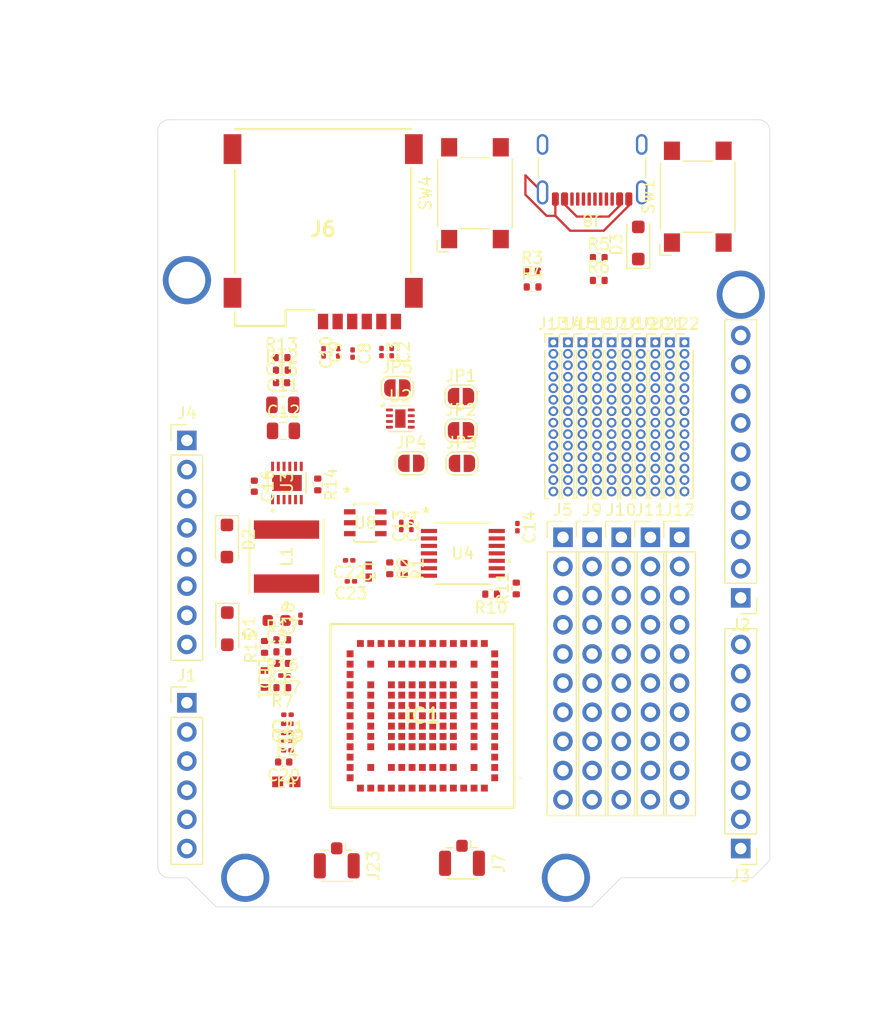
<source format=kicad_pcb>
(kicad_pcb (version 20241229) (generator "pcbnew") (generator_version "9.0")
  (layers (0 "F.Cu" signal) (4 "In1.Cu" signal) (6 "In2.Cu" signal) (2 "B.Cu" signal) (13 "F.Paste" user) (15 "B.Paste" user) (5 "F.SilkS" user "F.Silkscreen") (7 "B.SilkS" user "B.Silkscreen") (1 "F.Mask" user) (3 "B.Mask" user) (25 "Edge.Cuts" user))
  (net 0 "")
  (net 1 "V_INT")
  (net 2 "CELL_RXD")
  (net 3 "CELL_TXD")
  (net 4 "5V")
  (net 5 "GND")
  (net 11 "Net-(U3-BOOT)")
  (net 12 "Net-(C16-Pad2)")
  (net 13 "SIM_VCC")
  (net 14 "VCC")
  (net 15 "SIM_RST")
  (net 16 "SIM_CLK")
  (net 17 "SIM_IO")
  (net 19 "Net-(IC1A-VCC_1)")
  (net 22 "CTS")
  (net 25 "Net-(IC1A-RSVD_1)")
  (net 33 "Net-(IC1A-ANT)")
  (net 40 "DSR")
  (net 42 "DCD")
  (net 43 "RI")
  (net 45 "Net-(LED1-Pad2)")
  (net 46 "Net-(C18-Pad1)")
  (net 47 "Net-(U3-FB)")
  (net 48 "RTS")
  (net 49 "DTR")
  (net 50 "Net-(U4-OE)")
  (net 51 "VUSB")
  (net 52 "Net-(JP1-A)")
  (net 53 "Net-(JP2-A)")
  (net 54 "Net-(JP3-A)")
  (net 55 "Net-(C22-Pad1)")
  (net 56 "RESET_N")
  (net 57 "MCU_NRST")
  (net 58 "MCU_BOOT0")
  (net 59 "VIN")
  (net 60 "IOREF")
  (net 61 "A4")
  (net 62 "A5")
  (net 63 "A2")
  (net 64 "A0")
  (net 65 "A1")
  (net 66 "A3")
  (net 67 "D0_USART1_RX")
  (net 68 "D1_USART1_TX")
  (net 69 "3V3")
  (net 70 "Net-(JP4-B)")
  (net 71 "Net-(JP5-B)")
  (net 78 "Net-(D1-K)")
  (net 79 "SCL")
  (net 80 "SDA")
  (net 81 "CELL_GPIO5")
  (net 83 "Net-(J8-CC1)")
  (net 86 "Net-(J8-CC2)")
  (net 87 "Net-(U3-EN)")
  (net 88 "Net-(U3-RT)")
  (net 93 "CELL_GPIO4")
  (net 258 "CELL_GPIO2")
  (net 259 "USB_D-")
  (net 260 "USB_D+")
  (net 261 "Net-(J8-D+-PadA6)")
  (net 262 "Net-(J8-D--PadA7)")
  (net 263 "PWRON_N")
  (net 265 "D8")
  (net 266 "D12")
  (net 267 "D20")
  (net 268 "D21")
  (net 269 "D13")
  (net 270 "AREF")
  (net 271 "D11")
  (net 272 "D10")
  (net 273 "D9")
  (net 274 "D5")
  (net 275 "D7")
  (net 276 "D3")
  (net 277 "D6")
  (net 278 "D2")
  (net 279 "D4")
  (net 280 "CELL_GPIO3")
  (net 281 "Net-(U8-VCC)")
  (net 287 "CELL_GPIO1")
  (net 289 "CELL_GPIO6")
  (net 295 "USB_BOOT")
  (footprint "Jumper:SolderJumper-2_P1.3mm_Open_RoundedPad1.0x1.5mm" (layer "F.Cu") (at 146.002 82.96558)
    (property "Reference" "JP4")
    (property "Value" "SolderJumper_2_Open")
  )
  (footprint "footprints2:WSON12-DRR_TEX" (layer "F.Cu") (at 135.166 84.683317 90)
    (property "Reference" "U3")
    (property "Value" "LMR51450FNDRRR")
  )
  (footprint "Connector_Coaxial:U.FL_Hirose_U.FL-R-SMT-1_Vertical" (layer "F.Cu") (at 139.506 117.56458 -90)
    (property "Reference" "J23")
    (property "Value" "Conn_Coaxial")
  )
  (footprint "Connector_PinHeader_1.00mm:PinHeader_1x14_P1.00mm_Vertical" (layer "F.Cu") (at 158.378 72.42858)
    (property "Reference" "J13")
    (property "Value" "Conn_01x14_Pin" (hide yes))
  )
  (footprint "Resistor_SMD:R_0402_1005Metric" (layer "F.Cu") (at 156.528 66.23458)
    (property "Reference" "R3")
    (property "Value" "5K1 5%")
  )
  (footprint "Diode_SMD:D_SOD-123F" (layer "F.Cu") (at 129.973 97.37608 -90)
    (property "Reference" "D1")
    (property "Value" "SBR3U40S1F")
  )
  (footprint "Package_SON:Texas_DSG0008A_WSON-8-1EP_2x2mm_P0.5mm_EP0.9x1.6mm" (layer "F.Cu") (at 145.048 79.07158)
    (property "Reference" "U2")
    (property "Value" "SLM37ECB800")
  )
  (footprint "Capacitor_SMD:C_0201_0603Metric" (layer "F.Cu") (at 146.0071 88.42858 90)
    (property "Reference" "C13")
    (property "Value" "100N 10V")
  )
  (footprint "footprints2:TSSOP14_PW_TEX" (layer "F.Cu") (at 150.4941 90.81458)
    (property "Reference" "U4")
    (property "Value" "TXU0204PWR")
  )
  (footprint "footprints2:IND_BLM15_0402_MUR" (layer "F.Cu") (at 142.29 92.39958 -90)
    (property "Reference" "L3")
    (property "Value" "1K 100MHz")
  )
  (footprint "Resistor_SMD:R_0402_1005Metric" (layer "F.Cu") (at 155.1481 93.87558 90)
    (property "Reference" "R11")
    (property "Value" "10K 1%")
  )
  (footprint "footprints2:SSW-110-03-L-S" (layer "F.Cu") (at 159.218 89.41758)
    (property "Reference" "J5")
    (property "Value" "SSW-110-03-G-S")
  )
  (footprint "Capacitor_SMD:C_0201_0603Metric" (layer "F.Cu") (at 135.203 105.66258 180)
    (property "Reference" "C19")
    (property "Value" "100N 10V")
  )
  (footprint "Resistor_SMD:R_0402_1005Metric" (layer "F.Cu") (at 144.127 92.11558 -90)
    (property "Reference" "R2")
    (property "Value" "10K 1%")
  )
  (footprint "Connector_PinHeader_1.00mm:PinHeader_1x14_P1.00mm_Vertical" (layer "F.Cu") (at 169.808 72.42858)
    (property "Reference" "J22")
    (property "Value" "Conn_01x14_Pin" (hide yes))
  )
  (footprint "Capacitor_SMD:C_0201_0603Metric" (layer "F.Cu") (at 135.203 107.97358)
    (property "Reference" "C1")
    (property "Value" "8P2 50V")
  )
  (footprint "Capacitor_SMD:C_0201_0603Metric" (layer "F.Cu") (at 139.64 73.30358 90)
    (property "Reference" "C10")
    (property "Value" "33P 50V")
  )
  (footprint "footprints2:SW_SPST_Omron_B3FS-100xP" (layer "F.Cu") (at 170.963 59.736 90)
    (property "Reference" "SW1")
    (property "Value" "B3FS-1000P")
  )
  (footprint "footprints2:LED_LTST-S270TGKT_LTO-L" (layer "F.Cu") (at 133.21 101.75958 -90)
    (property "Reference" "LED1")
    (property "Value" "LTST-S270TGKT")
  )
  (footprint "Resistor_SMD:R_0402_1005Metric" (layer "F.Cu") (at 134.767 102.51458 180)
    (property "Reference" "R7")
    (property "Value" "180R 5%")
  )
  (footprint "Diode_SMD:D_SOD-123F" (layer "F.Cu") (at 165.778 63.77358 90)
    (property "Reference" "D3")
    (property "Value" "SBR3U40S1F")
  )
  (footprint "Resistor_SMD:R_0402_1005Metric" (layer "F.Cu") (at 156.571 67.60358)
    (property "Reference" "R4")
    (property "Value" "5K1 5%")
  )
  (footprint "Capacitor_SMD:C_0402_1005Metric" (layer "F.Cu") (at 134.887 108.99358 180)
    (property "Reference" "C20")
    (property "Value" "10u 10V")
  )
  (footprint "Capacitor_SMD:C_0402_1005Metric" (layer "F.Cu") (at 134.699 75.94758)
    (property "Reference" "C15")
    (property "Value" "100N 50V")
  )
  (footprint "Connector_PinHeader_1.00mm:PinHeader_1x14_P1.00mm_Vertical" (layer "F.Cu") (at 168.538 72.42858)
    (property "Reference" "J21")
    (property "Value" "Conn_01x14_Pin" (hide yes))
  )
  (footprint "Capacitor_SMD:C_0201_0603Metric" (layer "F.Cu") (at 140.742 93.25458 180)
    (property "Reference" "C23")
    (property "Value" "47P 25V")
  )
  (footprint "Capacitor_SMD:C_0402_1005Metric" (layer "F.Cu") (at 134.777 100.40058 180)
    (property "Reference" "C6")
    (property "Value" "10u 10V")
  )
  (footprint "footprints2:SSW-110-03-L-S" (layer "F.Cu") (at 174.708 94.689584 180)
    (property "Reference" "J2")
    (property "Value" "SSW-110-03-G-S")
  )
  (footprint "Connector_PinHeader_1.00mm:PinHeader_1x14_P1.00mm_Vertical" (layer "F.Cu") (at 162.188 72.42858)
    (property "Reference" "J16")
    (property "Value" "Conn_01x14_Pin" (hide yes))
  )
  (footprint "Capacitor_SMD:C_0402_1005Metric" (layer "F.Cu") (at 132.323 84.96258 -90)
    (property "Reference" "C16")
    (property "Value" "100N 50V")
  )
  (footprint "Jumper:SolderJumper-2_P1.3mm_Open_RoundedPad1.0x1.5mm" (layer "F.Cu") (at 150.416 82.97458)
    (property "Reference" "JP3")
    (property "Value" "SolderJumper_2_Open")
  )
  (footprint "Connector_PinHeader_1.00mm:PinHeader_1x14_P1.00mm_Vertical" (layer "F.Cu") (at 167.268 72.42858)
    (property "Reference" "J20")
    (property "Value" "Conn_01x14_Pin" (hide yes))
  )
  (footprint "Resistor_SMD:R_0402_1005Metric" (layer "F.Cu") (at 162.336 67.03458)
    (property "Reference" "R6")
    (property "Value" "0R0 0%")
  )
  (footprint "Resistor_SMD:R_0402_1005Metric" (layer "F.Cu") (at 133.219 98.96458 90)
    (property "Reference" "R15")
    (property "Value" "15K 1%")
  )
  (footprint "Jumper:SolderJumper-2_P1.3mm_Open_RoundedPad1.0x1.5mm" (layer "F.Cu") (at 150.334 80.124)
    (property "Reference" "JP2")
    (property "Value" "SolderJumper_2_Open")
  )
  (footprint "Resistor_SMD:R_0402_1005Metric" (layer "F.Cu") (at 152.9581 94.36658 180)
    (property "Reference" "R10")
    (property "Value" "10K 1%")
  )
  (footprint "Connector_Coaxial:U.FL_Hirose_U.FL-R-SMT-1_Vertical" (layer "F.Cu") (at 150.419 117.34358 -90)
    (property "Reference" "J7")
    (property "Value" "Conn_Coaxial")
  )
  (footprint "Connector_PinHeader_1.00mm:PinHeader_1x14_P1.00mm_Vertical" (layer "F.Cu") (at 163.458 72.42858)
    (property "Reference" "J17")
    (property "Value" "Conn_01x14_Pin" (hide yes))
  )
  (footprint "Resistor_SMD:R_0402_1005Metric" (layer "F.Cu") (at 134.725 74.85158)
    (property "Reference" "R12")
    (property "Value" "100K 5%")
  )
  (footprint "Capacitor_SMD:C_0201_0603Metric" (layer "F.Cu") (at 143.408 73.27458 -90)
    (property "Reference" "C3")
    (property "Value" "33P 50V")
  )
  (footprint "Capacitor_SMD:C_0201_0603Metric" (layer "F.Cu") (at 135.203 107.20558 180)
    (property "Reference" "C4")
    (property "Value" "15P 50V")
  )
  (footprint "Capacitor_SMD:C_0201_0603Metric" (layer "F.Cu") (at 138.36 73.29858 -90)
    (property "Reference" "C9")
    (property "Value" "33P 50V")
  )
  (footprint "Capacitor_SMD:C_0201_0603Metric" (layer "F.Cu") (at 140.591 91.42358 180)
    (property "Reference" "C22")
    (property "Value" "47P 25V")
  )
  (footprint "Capacitor_SMD:C_0201_0603Metric" (layer "F.Cu") (at 135.215 104.87458 180)
    (property "Reference" "C21")
    (property "Value" "10N 16V")
  )
  (footprint "Capacitor_SMD:C_0805_2012Metric" (layer "F.Cu") (at 134.804 77.87458)
    (property "Reference" "C11")
    (property "Value" "4u7 35V")
  )
  (footprint "Connector_PinHeader_1.00mm:PinHeader_1x14_P1.00mm_Vertical" (layer "F.Cu") (at 160.918 72.42858)
    (property "Reference" "J15")
    (property "Value" "Conn_01x14_Pin" (hide yes))
  )
  (footprint "footprints2:SW_SPST_Omron_B3FS-100xP" (layer "F.Cu") (at 151.55 59.434 90)
    (property "Reference" "SW4")
    (property "Value" "B3FS-1000P")
  )
  (footprint "footprints2:IND_BLM18_0603_MUR" (layer "F.Cu") (at 135.114 110.72558)
    (property "Reference" "L4")
    (property "Value" "220R@100MHz 2A")
  )
  (footprint "Resistor_SMD:R_0402_1005Metric" (layer "F.Cu") (at 134.763 98.34858)
    (property "Reference" "R17")
    (property "Value" "1K0 5%")
  )
  (footprint "Capacitor_SMD:C_0805_2012Metric" (layer "F.Cu") (at 134.862 80.14058)
    (property "Reference" "C12")
    (property "Value" "4u7 35V")
  )
  (footprint "footprints2:SSW-108-03-G-S" (layer "F.Cu") (at 126.448 80.974)
    (property "Reference" "J4")
    (property "Value" "SSW-108-03-G-S")
  )
  (footprint "Resistor_SMD:R_0402_1005Metric" (layer "F.Cu") (at 162.336 65.04458)
    (property "Reference" "R5")
    (property "Value" "0R0 0%")
  )
  (footprint "Resistor_SMD:R_0402_1005Metric" (layer "F.Cu") (at 134.697 73.76058)
    (property "Reference" "R13")
    (property "Value" "82K 5%")
  )
  (footprint "Diode_SMD:D_SOD-123F" (layer "F.Cu") (at 129.941 89.73758 -90)
    (property "Reference" "D2")
    (property "Value" "SBR3U40S1F")
  )
  (footprint "footprints2:SSW-106-03-G-S" (layer "F.Cu") (at 126.448 103.834)
    (property "Reference" "J1")
    (property "Value" "SSW-106-03-G-S")
  )
  (footprint "footprints2:SSW-110-03-L-S" (layer "F.Cu") (at 161.758 89.41758)
    (property "Reference" "J9")
    (property "Value" "SSW-110-03-G-S")
  )
  (footprint "footprints2:SSW-110-03-L-S" (layer "F.Cu") (at 169.378 89.41758)
    (property "Reference" "J12")
    (property "Value" "SSW-110-03-G-S")
  )
  (footprint "Connector_PinHeader_1.00mm:PinHeader_1x14_P1.00mm_Vertical" (layer "F.Cu") (at 159.648 72.42858)
    (property "Reference" "J14")
    (property "Value" "Conn_01x14_Pin" (hide yes))
  )
  (footprint "Resistor_SMD:R_0402_1005Metric" (layer "F.Cu") (at 134.763 99.39658 180)
    (property "Reference" "R16")
    (property "Value" "47K 1%")
  )
  (footprint "footprints2:MSIM2A" (layer "F.Cu") (at 138.325 62.423 180)
    (property "Reference" "J6")
    (property "Value" "MSIM-2-A" (hide yes))
  )
  (footprint "footprints2:IND_IFSC-2020DE-01_VIS" (layer "F.Cu") (at 135.131 91.09558 90)
    (property "Reference" "L1")
    (property "Value" "IFSC2020DEER3R3N01")
  )
  (footprint "Capacitor_SMD:C_0201_0603Metric" (layer "F.Cu") (at 135.203 106.46458 180)
    (property "Reference" "C7")
    (property "Value" "82P 50V")
  )
  (footprint "footprints2:LEXIR10801D00B00" (layer "F.Cu") (at 146.969 104.96858 180)
    (property "Reference" "IC1")
    (property "Value" "LEXI-R10801D-00B-00" (hide yes))
  )
  (footprint "footprints2:SSW-110-03-L-S" (layer "F.Cu") (at 164.298 89.41758)
    (property "Reference" "J10")
    (property "Value" "SSW-110-03-G-S")
  )
  (footprint "Jumper:SolderJumper-2_P1.3mm_Open_RoundedPad1.0x1.5mm" (layer "F.Cu") (at 150.334 77.14958)
    (property "Reference" "JP1")
    (property "Value" "SolderJumper_2_Open")
  )
  (footprint "Capacitor_SMD:C_0603_1608Metric" (layer "F.Cu") (at 134.269 96.66258 180)
    (property "Reference" "C5")
    (property "Value" "22u 10V")
  )
  (footprint "Connector_PinHeader_1.00mm:PinHeader_1x14_P1.00mm_Vertical" (layer "F.Cu") (at 164.749 72.42858)
    (property "Reference" "J18")
    (property "Value" "Conn_01x14_Pin" (hide yes))
  )
  (footprint "Capacitor_SMD:C_0201_0603Metric" (layer "F.Cu") (at 155.2491 88.53158 -90)
    (property "Reference" "C14")
    (property "Value" "100N 10V")
  )
  (footprint "Capacitor_SMD:C_0201_0603Metric" (layer "F.Cu") (at 136.352 96.51658 90)
    (property "Reference" "C18")
    (property "Value" "33P 50V")
  )
  (footprint "Jumper:SolderJumper-2_P1.3mm_Open_RoundedPad1.0x1.5mm" (layer "F.Cu") (at 144.786 76.40258)
    (property "Reference" "JP5")
    (property "Value" "SolderJumper_2_Open")
  )
  (footprint "Capacitor_SMD:C_0201_0603Metric" (layer "F.Cu") (at 140.886 73.40758 -90)
    (property "Reference" "C8")
    (property "Value" "33P 50V")
  )
  (footprint "footprints2:SSW-108-03-G-S" (layer "F.Cu") (at 174.708 116.534 180)
    (property "Reference" "J3")
    (property "Value" "SSW-108-03-G-S")
  )
  (footprint "Connector_PinHeader_1.00mm:PinHeader_1x14_P1.00mm_Vertical" (layer "F.Cu") (at 165.998 72.42858)
    (property "Reference" "J19")
    (property "Value" "Conn_01x14_Pin" (hide yes))
  )
  (footprint "Resistor_SMD:R_0402_1005Metric" (layer "F.Cu") (at 137.853 84.81258 -90)
    (property "Reference" "R14")
    (property "Value" "0R0 0%")
  )
  (footprint "Capacitor_SMD:C_0201_0603Metric" (layer "F.Cu") (at 145.127 88.42758 -90)
    (property "Reference" "C24")
    (property "Value" "100N 10V")
  )
  (footprint "footprints2:SSW-110-03-L-S" (layer "F.Cu") (at 166.838 89.41758)
    (property "Reference" "J11")
    (property "Value" "SSW-110-03-G-S")
  )
  (footprint "Capacitor_SMD:C_0201_0603Metric" (layer "F.Cu") (at 144.296 73.27958 -90)
    (property "Reference" "C2")
    (property "Value" "220N 10V")
  )
  (footprint "Capacitor_SMD:C_0201_0603Metric" (layer "F.Cu") (at 134.956 101.45758 180)
    (property "Reference" "C17")
    (property "Value" "33P 50V")
  )
  (footprint "Resistor_SMD:R_0402_1005Metric" (layer "F.Cu") (at 145.383 92.16958 -90)
    (property "Reference" "R1")
    (property "Value" "10K 1%")
  )
  (footprint "Connector_USB:USB_C_Receptacle_GCT_USB4105-xx-A_16P_TopMnt_Horizontal" (layer "F.Cu") (at 161.754 56.2624 180)
    (property "Reference" "J8")
    (property "Value" "USB_C_Receptacle_USB2.0_16P")
  )
  (footprint "footprints2:74LVC2G07GV_125_NEX" (layer "F.Cu") (at 141.993 88.14858)
    (property "Reference" "U8")
    (property "Value" "74LVC2G07GV,125")
  )
  (gr_line (start 161.746415 121.619584) (end 129.003584 121.619584) (stroke (width 0.05)) (layer "Edge.Cuts"))
  (gr_arc (start 176.248 53.034) (mid 176.955107 53.326893) (end 177.248 54.034) (stroke (width 0.05)) (layer "Edge.Cuts"))
  (gr_line (start 123.908 118.074) (end 123.908 54.034) (stroke (width 0.05)) (layer "Edge.Cuts"))
  (gr_line (start 177.248 54.034) (end 177.248 117.543324) (stroke (width 0.05)) (layer "Edge.Cuts"))
  (gr_line (start 175.725324 119.070675) (end 164.295324 119.070675) (stroke (width 0.05)) (layer "Edge.Cuts"))
  (gr_line (start 126.458 119.074) (end 124.908 119.074) (stroke (width 0.05)) (layer "Edge.Cuts"))
  (gr_line (start 129.003584 121.619584) (end 126.458 119.074) (stroke (width 0.05)) (layer "Edge.Cuts"))
  (gr_line (start 124.908 53.034) (end 176.248 53.034) (stroke (width 0.05)) (layer "Edge.Cuts"))
  (gr_arc (start 123.908 54.034) (mid 124.200893 53.326893) (end 124.908 53.034) (stroke (width 0.05)) (layer "Edge.Cuts"))
  (gr_arc (start 124.908 119.074) (mid 124.200893 118.781107) (end 123.908 118.074) (stroke (width 0.05)) (layer "Edge.Cuts"))
  (gr_line (start 177.252675 117.543324) (end 175.725324 119.070675) (stroke (width 0.05)) (layer "Edge.Cuts"))
  (gr_line (start 164.295324 119.070675) (end 161.74974 121.616259) (stroke (width 0.05)) (layer "Edge.Cuts"))
  (via (at 159.474 119.079584) (size 4.2) (drill 3.2) (layers "F.Cu" "B.Cu") (net 0))
  (via (at 174.714 68.279584) (size 4.2) (drill 3.2) (layers "F.Cu" "B.Cu") (net 0))
  (via (at 131.534 119.079584) (size 4.2) (drill 3.2) (layers "F.Cu" "B.Cu") (net 0))
  (via (at 126.454 67.009584) (size 4.2) (drill 3.2) (layers "F.Cu" "B.Cu") (net 0))
  (segment (start 164.954 59.9424) (end 164.954 60.517399) (width 0.2) (layer "F.Cu") (net 5))
  (segment (start 164.954 60.517399) (end 162.767819 62.70358) (width 0.2) (layer "F.Cu") (net 5))
  (segment (start 157.788395 61.40458) (end 155.948 59.564185) (width 0.2) (layer "F.Cu") (net 5))
  (segment (start 155.948 59.564185) (end 155.948 57.8814) (width 0.2) (layer "F.Cu") (net 5))
  (segment (start 155.948 57.8814) (end 157.434 59.3674) (width 0.2) (layer "F.Cu") (net 5))
  (segment (start 158.554 61.40458) (end 157.788395 61.40458) (width 0.2) (layer "F.Cu") (net 5))
  (segment (start 159.853 62.70358) (end 158.554 61.40458) (width 0.2) (layer "F.Cu") (net 5))
  (segment (start 162.767819 62.70358) (end 159.853 62.70358) (width 0.2) (layer "F.Cu") (net 5))
  (segment (start 158.554 61.40458) (end 158.554 59.9424) (width 0.2) (layer "F.Cu") (net 5))
  (segment (start 164.154 60.517399) (end 164.154 59.9424) (width 0.2) (layer "F.Cu") (net 51))
  (segment (start 160.423356 61.47058) (end 163.200819 61.47058) (width 0.2) (layer "F.Cu") (net 51))
  (segment (start 163.200819 61.47058) (end 164.154 60.517399) (width 0.2) (layer "F.Cu") (net 51))
  (segment (start 159.354 59.9424) (end 159.354 60.401224) (width 0.2) (layer "F.Cu") (net 51))
  (segment (start 159.354 60.401224) (end 160.423356 61.47058) (width 0.2) (layer "F.Cu") (net 51))
)
</source>
